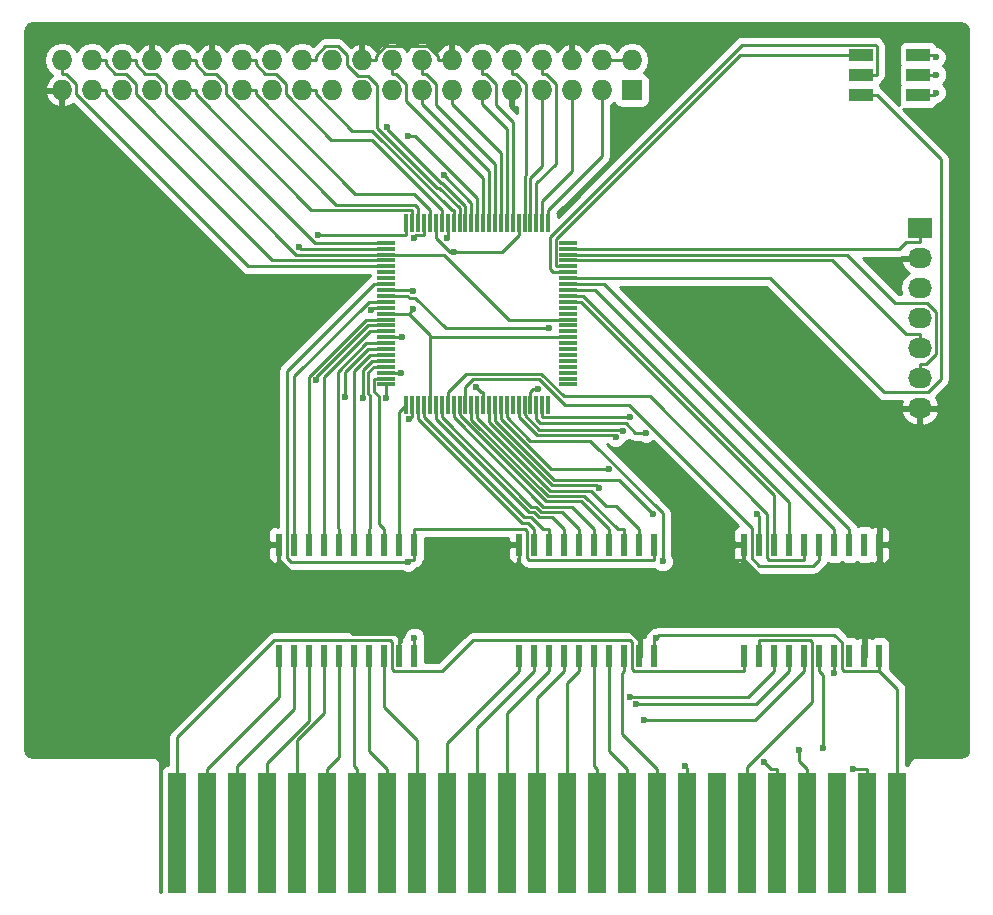
<source format=gbr>
G04 #@! TF.FileFunction,Copper,L1,Top,Signal*
%FSLAX46Y46*%
G04 Gerber Fmt 4.6, Leading zero omitted, Abs format (unit mm)*
G04 Created by KiCad (PCBNEW 4.0.7) date 03/23/18 01:44:06*
%MOMM*%
%LPD*%
G01*
G04 APERTURE LIST*
%ADD10C,0.100000*%
%ADD11R,1.727200X1.727200*%
%ADD12O,1.727200X1.727200*%
%ADD13R,1.524000X10.160000*%
%ADD14R,1.500000X0.300000*%
%ADD15R,0.300000X1.500000*%
%ADD16R,0.600000X1.950000*%
%ADD17R,2.000000X1.100000*%
%ADD18R,2.032000X1.727200*%
%ADD19O,2.032000X1.727200*%
%ADD20C,0.600000*%
%ADD21C,0.250000*%
%ADD22C,0.254000*%
G04 APERTURE END LIST*
D10*
D11*
X156210000Y-74930000D03*
D12*
X156210000Y-72390000D03*
X153670000Y-74930000D03*
X153670000Y-72390000D03*
X151130000Y-74930000D03*
X151130000Y-72390000D03*
X148590000Y-74930000D03*
X148590000Y-72390000D03*
X146050000Y-74930000D03*
X146050000Y-72390000D03*
X143510000Y-74930000D03*
X143510000Y-72390000D03*
X140970000Y-74930000D03*
X140970000Y-72390000D03*
X138430000Y-74930000D03*
X138430000Y-72390000D03*
X135890000Y-74930000D03*
X135890000Y-72390000D03*
X133350000Y-74930000D03*
X133350000Y-72390000D03*
X130810000Y-74930000D03*
X130810000Y-72390000D03*
X128270000Y-74930000D03*
X128270000Y-72390000D03*
X125730000Y-74930000D03*
X125730000Y-72390000D03*
X123190000Y-74930000D03*
X123190000Y-72390000D03*
X120650000Y-74930000D03*
X120650000Y-72390000D03*
X118110000Y-74930000D03*
X118110000Y-72390000D03*
X115570000Y-74930000D03*
X115570000Y-72390000D03*
X113030000Y-74930000D03*
X113030000Y-72390000D03*
X110490000Y-74930000D03*
X110490000Y-72390000D03*
X107950000Y-74930000D03*
X107950000Y-72390000D03*
D13*
X178689000Y-137795000D03*
X176149000Y-137795000D03*
X173609000Y-137795000D03*
X171069000Y-137795000D03*
X168529000Y-137795000D03*
X165989000Y-137795000D03*
X163449000Y-137795000D03*
X160909000Y-137795000D03*
X158369000Y-137795000D03*
X155829000Y-137795000D03*
X153289000Y-137795000D03*
X150749000Y-137795000D03*
X148209000Y-137795000D03*
X145669000Y-137795000D03*
X143129000Y-137795000D03*
X140589000Y-137795000D03*
X138049000Y-137795000D03*
X135509000Y-137795000D03*
X132969000Y-137795000D03*
X130429000Y-137795000D03*
X127889000Y-137795000D03*
X125349000Y-137795000D03*
X122809000Y-137795000D03*
X120269000Y-137795000D03*
X117729000Y-137795000D03*
D14*
X150829000Y-99853000D03*
X150829000Y-99353000D03*
X150829000Y-98853000D03*
X150829000Y-98353000D03*
X150829000Y-97853000D03*
X150829000Y-97353000D03*
X150829000Y-96853000D03*
X150829000Y-96353000D03*
X150829000Y-95853000D03*
X150829000Y-95353000D03*
X150829000Y-94853000D03*
X150829000Y-94353000D03*
X150829000Y-93853000D03*
X150829000Y-93353000D03*
X150829000Y-92853000D03*
X150829000Y-92353000D03*
X150829000Y-91853000D03*
X150829000Y-91353000D03*
X150829000Y-90853000D03*
X150829000Y-90353000D03*
X150829000Y-89853000D03*
X150829000Y-89353000D03*
X150829000Y-88853000D03*
X150829000Y-88353000D03*
X150829000Y-87853000D03*
D15*
X149129000Y-86153000D03*
X148629000Y-86153000D03*
X148129000Y-86153000D03*
X147629000Y-86153000D03*
X147129000Y-86153000D03*
X146629000Y-86153000D03*
X146129000Y-86153000D03*
X145629000Y-86153000D03*
X145129000Y-86153000D03*
X144629000Y-86153000D03*
X144129000Y-86153000D03*
X143629000Y-86153000D03*
X143129000Y-86153000D03*
X142629000Y-86153000D03*
X142129000Y-86153000D03*
X141629000Y-86153000D03*
X141129000Y-86153000D03*
X140629000Y-86153000D03*
X140129000Y-86153000D03*
X139629000Y-86153000D03*
X139129000Y-86153000D03*
X138629000Y-86153000D03*
X138129000Y-86153000D03*
X137629000Y-86153000D03*
X137129000Y-86153000D03*
D14*
X135429000Y-87853000D03*
X135429000Y-88353000D03*
X135429000Y-88853000D03*
X135429000Y-89353000D03*
X135429000Y-89853000D03*
X135429000Y-90353000D03*
X135429000Y-90853000D03*
X135429000Y-91353000D03*
X135429000Y-91853000D03*
X135429000Y-92353000D03*
X135429000Y-92853000D03*
X135429000Y-93353000D03*
X135429000Y-93853000D03*
X135429000Y-94353000D03*
X135429000Y-94853000D03*
X135429000Y-95353000D03*
X135429000Y-95853000D03*
X135429000Y-96353000D03*
X135429000Y-96853000D03*
X135429000Y-97353000D03*
X135429000Y-97853000D03*
X135429000Y-98353000D03*
X135429000Y-98853000D03*
X135429000Y-99353000D03*
X135429000Y-99853000D03*
D15*
X137129000Y-101553000D03*
X137629000Y-101553000D03*
X138129000Y-101553000D03*
X138629000Y-101553000D03*
X139129000Y-101553000D03*
X139629000Y-101553000D03*
X140129000Y-101553000D03*
X140629000Y-101553000D03*
X141129000Y-101553000D03*
X141629000Y-101553000D03*
X142129000Y-101553000D03*
X142629000Y-101553000D03*
X143129000Y-101553000D03*
X143629000Y-101553000D03*
X144129000Y-101553000D03*
X144629000Y-101553000D03*
X145129000Y-101553000D03*
X145629000Y-101553000D03*
X146129000Y-101553000D03*
X146629000Y-101553000D03*
X147129000Y-101553000D03*
X147629000Y-101553000D03*
X148129000Y-101553000D03*
X148629000Y-101553000D03*
X149129000Y-101553000D03*
D16*
X177165000Y-113410000D03*
X175895000Y-113410000D03*
X174625000Y-113410000D03*
X173355000Y-113410000D03*
X172085000Y-113410000D03*
X170815000Y-113410000D03*
X169545000Y-113410000D03*
X168275000Y-113410000D03*
X167005000Y-113410000D03*
X165735000Y-113410000D03*
X165735000Y-122810000D03*
X167005000Y-122810000D03*
X168275000Y-122810000D03*
X169545000Y-122810000D03*
X170815000Y-122810000D03*
X172085000Y-122810000D03*
X173355000Y-122810000D03*
X174625000Y-122810000D03*
X175895000Y-122810000D03*
X177165000Y-122810000D03*
X137795000Y-113410000D03*
X136525000Y-113410000D03*
X135255000Y-113410000D03*
X133985000Y-113410000D03*
X132715000Y-113410000D03*
X131445000Y-113410000D03*
X130175000Y-113410000D03*
X128905000Y-113410000D03*
X127635000Y-113410000D03*
X126365000Y-113410000D03*
X126365000Y-122810000D03*
X127635000Y-122810000D03*
X128905000Y-122810000D03*
X130175000Y-122810000D03*
X131445000Y-122810000D03*
X132715000Y-122810000D03*
X133985000Y-122810000D03*
X135255000Y-122810000D03*
X136525000Y-122810000D03*
X137795000Y-122810000D03*
X158115000Y-113410000D03*
X156845000Y-113410000D03*
X155575000Y-113410000D03*
X154305000Y-113410000D03*
X153035000Y-113410000D03*
X151765000Y-113410000D03*
X150495000Y-113410000D03*
X149225000Y-113410000D03*
X147955000Y-113410000D03*
X146685000Y-113410000D03*
X146685000Y-122810000D03*
X147955000Y-122810000D03*
X149225000Y-122810000D03*
X150495000Y-122810000D03*
X151765000Y-122810000D03*
X153035000Y-122810000D03*
X154305000Y-122810000D03*
X155575000Y-122810000D03*
X156845000Y-122810000D03*
X158115000Y-122810000D03*
D17*
X175654000Y-71960000D03*
X175654000Y-73660000D03*
X175654000Y-75360000D03*
X180454000Y-75360000D03*
X180454000Y-73660000D03*
X180454000Y-71960000D03*
D18*
X180594000Y-86614000D03*
D19*
X180594000Y-89154000D03*
X180594000Y-91694000D03*
X180594000Y-94234000D03*
X180594000Y-96774000D03*
X180594000Y-99314000D03*
X180594000Y-101854000D03*
D20*
X137264900Y-78831900D03*
X135479800Y-78083700D03*
X140275900Y-82137000D03*
X140544600Y-87432100D03*
X137775600Y-87435700D03*
X129601200Y-87189000D03*
X128072100Y-88213300D03*
X137795000Y-121305700D03*
X158248600Y-121297300D03*
X174978000Y-132389700D03*
X170397700Y-130797400D03*
X167445300Y-131833500D03*
X160708700Y-132189400D03*
X145556300Y-118379000D03*
X173362500Y-124288300D03*
X156582400Y-126945400D03*
X156067000Y-126320000D03*
X172402100Y-130629300D03*
X157262300Y-128280800D03*
X142999000Y-100050400D03*
X134142800Y-93583300D03*
X129513300Y-99464300D03*
X136718900Y-95844000D03*
X131952500Y-100917600D03*
X133435800Y-101031900D03*
X136682000Y-98853000D03*
X135429000Y-101015300D03*
X137351200Y-102815200D03*
X137246400Y-114879700D03*
X166782000Y-110830200D03*
X149234500Y-95106500D03*
X153416900Y-108608400D03*
X158017500Y-110829900D03*
X154249700Y-107049200D03*
X158816000Y-114831800D03*
X154843300Y-104299700D03*
X155443200Y-103767600D03*
X148291100Y-100238400D03*
X157397500Y-103953200D03*
X156072600Y-102628300D03*
X141184000Y-88649700D03*
X137718900Y-93481500D03*
X137649900Y-91911700D03*
X181975200Y-75140400D03*
X181984100Y-73617900D03*
X181954800Y-72134700D03*
D21*
X153670000Y-80536700D02*
X153670000Y-74930000D01*
X149129000Y-85077700D02*
X153670000Y-80536700D01*
X149129000Y-86153000D02*
X149129000Y-85077700D01*
X148629000Y-84287100D02*
X148629000Y-86153000D01*
X151130000Y-81786100D02*
X148629000Y-84287100D01*
X151130000Y-74930000D02*
X151130000Y-81786100D01*
X148590000Y-81393300D02*
X148590000Y-74930000D01*
X147629000Y-82354300D02*
X148590000Y-81393300D01*
X147629000Y-86153000D02*
X147629000Y-82354300D01*
X148961600Y-73578900D02*
X148590000Y-73578900D01*
X149778900Y-74396200D02*
X148961600Y-73578900D01*
X149778900Y-81159600D02*
X149778900Y-74396200D01*
X148129000Y-82809500D02*
X149778900Y-81159600D01*
X148129000Y-86153000D02*
X148129000Y-82809500D01*
X148590000Y-72390000D02*
X148590000Y-73578900D01*
X146421600Y-73578900D02*
X146050000Y-73578900D01*
X147238900Y-74396200D02*
X146421600Y-73578900D01*
X147238900Y-82107500D02*
X147238900Y-74396200D01*
X147129000Y-82217400D02*
X147238900Y-82107500D01*
X147129000Y-86153000D02*
X147129000Y-82217400D01*
X146050000Y-72390000D02*
X146050000Y-73578900D01*
X145629000Y-78237900D02*
X143510000Y-76118900D01*
X145629000Y-86153000D02*
X145629000Y-78237900D01*
X143510000Y-74930000D02*
X143510000Y-76118900D01*
X143881600Y-73578900D02*
X143510000Y-73578900D01*
X144698900Y-74396200D02*
X143881600Y-73578900D01*
X144698900Y-76190900D02*
X144698900Y-74396200D01*
X146129000Y-77621000D02*
X144698900Y-76190900D01*
X146129000Y-86153000D02*
X146129000Y-77621000D01*
X143510000Y-72390000D02*
X143510000Y-73578900D01*
X145129000Y-80277900D02*
X140970000Y-76118900D01*
X145129000Y-86153000D02*
X145129000Y-80277900D01*
X140970000Y-74930000D02*
X140970000Y-76118900D01*
X138430000Y-74930000D02*
X138430000Y-76118900D01*
X144129000Y-81817900D02*
X144129000Y-86153000D01*
X138430000Y-76118900D02*
X144129000Y-81817900D01*
X138430000Y-72390000D02*
X138430000Y-73578900D01*
X144629000Y-81200900D02*
X144629000Y-86153000D01*
X139618900Y-76190800D02*
X144629000Y-81200900D01*
X139618900Y-74396200D02*
X139618900Y-76190800D01*
X138801600Y-73578900D02*
X139618900Y-74396200D01*
X138430000Y-73578900D02*
X138801600Y-73578900D01*
X135890000Y-72390000D02*
X135890000Y-73578900D01*
X136261600Y-73578900D02*
X135890000Y-73578900D01*
X137078900Y-74396200D02*
X136261600Y-73578900D01*
X137078900Y-75856500D02*
X137078900Y-74396200D01*
X143629000Y-82406600D02*
X137078900Y-75856500D01*
X143629000Y-86153000D02*
X143629000Y-82406600D01*
X137868500Y-78831900D02*
X137264900Y-78831900D01*
X143129000Y-84092400D02*
X137868500Y-78831900D01*
X143129000Y-86153000D02*
X143129000Y-84092400D01*
X142129000Y-84755800D02*
X142129000Y-86153000D01*
X140135500Y-82762300D02*
X142129000Y-84755800D01*
X140016900Y-82762300D02*
X140135500Y-82762300D01*
X135479800Y-78225200D02*
X140016900Y-82762300D01*
X135479800Y-78083700D02*
X135479800Y-78225200D01*
X142629000Y-84490100D02*
X140275900Y-82137000D01*
X142629000Y-86153000D02*
X142629000Y-84490100D01*
X141129000Y-86153000D02*
X141129000Y-85077700D01*
X128270000Y-74930000D02*
X129458900Y-74930000D01*
X140952600Y-85077700D02*
X141129000Y-85077700D01*
X134227800Y-78352900D02*
X140952600Y-85077700D01*
X132510200Y-78352900D02*
X134227800Y-78352900D01*
X129458900Y-75301600D02*
X132510200Y-78352900D01*
X129458900Y-74930000D02*
X129458900Y-75301600D01*
X128270000Y-72390000D02*
X129458900Y-72390000D01*
X141629000Y-84940800D02*
X141629000Y-86153000D01*
X139900800Y-83212600D02*
X141629000Y-84940800D01*
X139724400Y-83212600D02*
X139900800Y-83212600D01*
X134620000Y-78108200D02*
X139724400Y-83212600D01*
X134620000Y-74458200D02*
X134620000Y-78108200D01*
X133893500Y-73731700D02*
X134620000Y-74458200D01*
X133009300Y-73731700D02*
X133893500Y-73731700D01*
X132080000Y-72802400D02*
X133009300Y-73731700D01*
X132080000Y-71969600D02*
X132080000Y-72802400D01*
X131311500Y-71201100D02*
X132080000Y-71969600D01*
X130276200Y-71201100D02*
X131311500Y-71201100D01*
X129458900Y-72018400D02*
X130276200Y-71201100D01*
X129458900Y-72390000D02*
X129458900Y-72018400D01*
X140629000Y-86153000D02*
X140629000Y-87228300D01*
X140629000Y-87347700D02*
X140544600Y-87432100D01*
X140629000Y-87228300D02*
X140629000Y-87347700D01*
X139129000Y-86153000D02*
X139129000Y-85077700D01*
X123190000Y-74930000D02*
X124378900Y-74930000D01*
X137778100Y-83726800D02*
X139129000Y-85077700D01*
X132804200Y-83726800D02*
X137778100Y-83726800D01*
X124378900Y-75301500D02*
X132804200Y-83726800D01*
X124378900Y-74930000D02*
X124378900Y-75301500D01*
X124378900Y-72761600D02*
X124378900Y-72390000D01*
X125196200Y-73578900D02*
X124378900Y-72761600D01*
X126082200Y-73578900D02*
X125196200Y-73578900D01*
X126919000Y-74415700D02*
X126082200Y-73578900D01*
X126919000Y-75265800D02*
X126919000Y-74415700D01*
X130781300Y-79128100D02*
X126919000Y-75265800D01*
X134179400Y-79128100D02*
X130781300Y-79128100D01*
X140129000Y-85077700D02*
X134179400Y-79128100D01*
X140129000Y-86153000D02*
X140129000Y-85077700D01*
X123190000Y-72390000D02*
X124378900Y-72390000D01*
X138629000Y-86153000D02*
X138629000Y-87228300D01*
X137983000Y-87228300D02*
X137775600Y-87435700D01*
X138629000Y-87228300D02*
X137983000Y-87228300D01*
X119298900Y-75301500D02*
X119298900Y-74930000D01*
X129075100Y-85077700D02*
X119298900Y-75301500D01*
X137629000Y-85077700D02*
X129075100Y-85077700D01*
X137629000Y-86153000D02*
X137629000Y-85077700D01*
X118110000Y-74930000D02*
X119298900Y-74930000D01*
X138129000Y-86153000D02*
X138129000Y-85077700D01*
X118110000Y-72390000D02*
X119298900Y-72390000D01*
X138129000Y-84940800D02*
X138129000Y-85077700D01*
X137815600Y-84627400D02*
X138129000Y-84940800D01*
X131199200Y-84627400D02*
X137815600Y-84627400D01*
X121839000Y-75267200D02*
X131199200Y-84627400D01*
X121839000Y-74415700D02*
X121839000Y-75267200D01*
X121002200Y-73578900D02*
X121839000Y-74415700D01*
X120116200Y-73578900D02*
X121002200Y-73578900D01*
X119298900Y-72761600D02*
X120116200Y-73578900D01*
X119298900Y-72390000D02*
X119298900Y-72761600D01*
X137129000Y-86153000D02*
X137129000Y-87228300D01*
X129640500Y-87228300D02*
X129601200Y-87189000D01*
X137129000Y-87228300D02*
X129640500Y-87228300D01*
X128211800Y-88353000D02*
X128072100Y-88213300D01*
X135429000Y-88353000D02*
X128211800Y-88353000D01*
X113030000Y-72390000D02*
X114218900Y-72390000D01*
X114218900Y-72761600D02*
X114218900Y-72390000D01*
X115036200Y-73578900D02*
X114218900Y-72761600D01*
X115956900Y-73578900D02*
X115036200Y-73578900D01*
X116759000Y-74381000D02*
X115956900Y-73578900D01*
X116759000Y-75260500D02*
X116759000Y-74381000D01*
X129351500Y-87853000D02*
X116759000Y-75260500D01*
X135429000Y-87853000D02*
X129351500Y-87853000D01*
X111678900Y-75301500D02*
X111678900Y-74930000D01*
X125730400Y-89353000D02*
X111678900Y-75301500D01*
X135429000Y-89353000D02*
X125730400Y-89353000D01*
X110490000Y-74930000D02*
X111678900Y-74930000D01*
X110490000Y-72390000D02*
X111678900Y-72390000D01*
X127799400Y-88853000D02*
X135429000Y-88853000D01*
X114219000Y-75272600D02*
X127799400Y-88853000D01*
X114219000Y-74415700D02*
X114219000Y-75272600D01*
X113382200Y-73578900D02*
X114219000Y-74415700D01*
X112496200Y-73578900D02*
X113382200Y-73578900D01*
X111678900Y-72761600D02*
X112496200Y-73578900D01*
X111678900Y-72390000D02*
X111678900Y-72761600D01*
X140343000Y-88853000D02*
X135429000Y-88853000D01*
X145843000Y-94353000D02*
X140343000Y-88853000D01*
X150829000Y-94353000D02*
X145843000Y-94353000D01*
X108321600Y-73578900D02*
X107950000Y-73578900D01*
X109138900Y-74396200D02*
X108321600Y-73578900D01*
X109138900Y-75283100D02*
X109138900Y-74396200D01*
X123708800Y-89853000D02*
X109138900Y-75283100D01*
X135429000Y-89853000D02*
X123708800Y-89853000D01*
X107950000Y-72390000D02*
X107950000Y-73578900D01*
X153670000Y-72390000D02*
X156210000Y-72390000D01*
X137795000Y-122810000D02*
X137795000Y-121509700D01*
X137795000Y-121509700D02*
X137795000Y-121305700D01*
X177165000Y-122810000D02*
X177165000Y-124110300D01*
X178689000Y-125634300D02*
X178689000Y-137795000D01*
X177165000Y-124110300D02*
X178689000Y-125634300D01*
X174148100Y-124110300D02*
X177165000Y-124110300D01*
X173980400Y-123942600D02*
X174148100Y-124110300D01*
X173980400Y-121663500D02*
X173980400Y-123942600D01*
X173351000Y-121034100D02*
X173980400Y-121663500D01*
X158511800Y-121034100D02*
X173351000Y-121034100D01*
X158248600Y-121297300D02*
X158511800Y-121034100D01*
X158248600Y-121376100D02*
X158115000Y-121509700D01*
X158248600Y-121297300D02*
X158248600Y-121376100D01*
X158115000Y-122272400D02*
X158115000Y-121509700D01*
X158115000Y-122272400D02*
X158115000Y-122810000D01*
X176149000Y-137795000D02*
X176149000Y-132389700D01*
X176149000Y-132389700D02*
X174978000Y-132389700D01*
X171069000Y-137795000D02*
X171069000Y-132389700D01*
X170397700Y-131718400D02*
X170397700Y-130797400D01*
X171069000Y-132389700D02*
X170397700Y-131718400D01*
X168001500Y-132389700D02*
X168529000Y-132389700D01*
X167445300Y-131833500D02*
X168001500Y-132389700D01*
X168529000Y-137795000D02*
X168529000Y-132389700D01*
X160909000Y-137795000D02*
X160909000Y-132389700D01*
X160708700Y-132189400D02*
X160909000Y-132389700D01*
X158369000Y-137795000D02*
X158369000Y-132389700D01*
X155575000Y-122810000D02*
X155575000Y-124110300D01*
X155417200Y-129437900D02*
X158369000Y-132389700D01*
X155417200Y-124268100D02*
X155417200Y-129437900D01*
X155575000Y-124110300D02*
X155417200Y-124268100D01*
X154305000Y-130865700D02*
X155829000Y-132389700D01*
X154305000Y-122810000D02*
X154305000Y-130865700D01*
X155829000Y-137795000D02*
X155829000Y-132389700D01*
X153035000Y-122810000D02*
X153035000Y-124110300D01*
X153289000Y-137795000D02*
X153289000Y-132389700D01*
X153035000Y-132135700D02*
X153289000Y-132389700D01*
X153035000Y-124110300D02*
X153035000Y-132135700D01*
X151765000Y-122810000D02*
X151765000Y-124110300D01*
X150749000Y-137795000D02*
X150749000Y-132389700D01*
X150749000Y-125126300D02*
X150749000Y-132389700D01*
X151765000Y-124110300D02*
X150749000Y-125126300D01*
X150495000Y-122810000D02*
X150495000Y-124110300D01*
X148209000Y-137795000D02*
X148209000Y-132389700D01*
X148209000Y-126396300D02*
X148209000Y-132389700D01*
X150495000Y-124110300D02*
X148209000Y-126396300D01*
X149225000Y-122810000D02*
X149225000Y-124110300D01*
X145669000Y-127666300D02*
X149225000Y-124110300D01*
X145669000Y-137795000D02*
X145669000Y-127666300D01*
X143129000Y-128936300D02*
X143129000Y-137795000D01*
X147955000Y-124110300D02*
X143129000Y-128936300D01*
X147955000Y-122810000D02*
X147955000Y-124110300D01*
X146685000Y-122810000D02*
X146685000Y-124110300D01*
X140589000Y-130206300D02*
X146685000Y-124110300D01*
X140589000Y-137795000D02*
X140589000Y-130206300D01*
X138049000Y-129957700D02*
X138049000Y-137795000D01*
X135255000Y-127163700D02*
X138049000Y-129957700D01*
X135255000Y-122810000D02*
X135255000Y-127163700D01*
X135509000Y-137795000D02*
X135509000Y-132389700D01*
X133985000Y-130865700D02*
X133985000Y-122810000D01*
X135509000Y-132389700D02*
X133985000Y-130865700D01*
X132715000Y-132135700D02*
X132969000Y-132389700D01*
X132715000Y-122810000D02*
X132715000Y-132135700D01*
X132969000Y-137795000D02*
X132969000Y-132389700D01*
X131445000Y-131373700D02*
X130429000Y-132389700D01*
X131445000Y-122810000D02*
X131445000Y-131373700D01*
X130429000Y-137795000D02*
X130429000Y-132389700D01*
X127889000Y-129983200D02*
X127889000Y-137795000D01*
X130175000Y-127697200D02*
X127889000Y-129983200D01*
X130175000Y-122810000D02*
X130175000Y-127697200D01*
X125349000Y-131886300D02*
X125349000Y-137795000D01*
X128905000Y-128330300D02*
X125349000Y-131886300D01*
X128905000Y-122810000D02*
X128905000Y-128330300D01*
X122809000Y-132152200D02*
X122809000Y-137795000D01*
X127635000Y-127326200D02*
X122809000Y-132152200D01*
X127635000Y-122810000D02*
X127635000Y-127326200D01*
X120269000Y-137795000D02*
X120269000Y-132389700D01*
X126365000Y-126293700D02*
X120269000Y-132389700D01*
X126365000Y-122810000D02*
X126365000Y-126293700D01*
X117729000Y-129702700D02*
X117729000Y-137795000D01*
X125922100Y-121509600D02*
X117729000Y-129702700D01*
X135746300Y-121509600D02*
X125922100Y-121509600D01*
X135899600Y-121662900D02*
X135746300Y-121509600D01*
X135899600Y-123961900D02*
X135899600Y-121662900D01*
X136048100Y-124110400D02*
X135899600Y-123961900D01*
X140138600Y-124110400D02*
X136048100Y-124110400D01*
X142764800Y-121484200D02*
X140138600Y-124110400D01*
X156032000Y-121484200D02*
X142764800Y-121484200D01*
X156208000Y-121660200D02*
X156032000Y-121484200D01*
X156208000Y-123919300D02*
X156208000Y-121660200D01*
X156399000Y-124110300D02*
X156208000Y-123919300D01*
X165735000Y-124110300D02*
X156399000Y-124110300D01*
X165735000Y-122810000D02*
X165735000Y-124110300D01*
X180594000Y-101854000D02*
X180594000Y-103042900D01*
X146685000Y-113410000D02*
X146685000Y-114597700D01*
X156845000Y-122810000D02*
X156845000Y-121509700D01*
X146685000Y-114597700D02*
X146685000Y-117415000D01*
X177165000Y-106471900D02*
X177165000Y-113410000D01*
X180594000Y-103042900D02*
X177165000Y-106471900D01*
X177165000Y-113410000D02*
X177165000Y-114710300D01*
X152750300Y-117415000D02*
X156845000Y-121509700D01*
X146685000Y-117415000D02*
X152750300Y-117415000D01*
X165735000Y-113410000D02*
X165735000Y-114710300D01*
X163644400Y-114710300D02*
X165735000Y-114710300D01*
X156845000Y-121509700D02*
X163644400Y-114710300D01*
X177165000Y-114710300D02*
X175895000Y-115980300D01*
X175895000Y-115980300D02*
X175895000Y-122810000D01*
X167005000Y-115980300D02*
X175895000Y-115980300D01*
X165735000Y-114710300D02*
X167005000Y-115980300D01*
X136525000Y-122810000D02*
X136525000Y-121509700D01*
X146520300Y-117415000D02*
X145556300Y-118379000D01*
X146685000Y-117415000D02*
X146520300Y-117415000D01*
X126365000Y-113410000D02*
X126365000Y-114710300D01*
X136525000Y-120962100D02*
X136525000Y-121509700D01*
X139108100Y-118379000D02*
X136525000Y-120962100D01*
X145556300Y-118379000D02*
X139108100Y-118379000D01*
X132616800Y-120962100D02*
X126365000Y-114710300D01*
X136525000Y-120962100D02*
X132616800Y-120962100D01*
X134538900Y-72018400D02*
X134538900Y-72390000D01*
X135356200Y-71201100D02*
X134538900Y-72018400D01*
X138963700Y-71201100D02*
X135356200Y-71201100D01*
X139781100Y-72018500D02*
X138963700Y-71201100D01*
X139781100Y-72390000D02*
X139781100Y-72018500D01*
X140970000Y-72390000D02*
X139781100Y-72390000D01*
X133350000Y-72390000D02*
X134538900Y-72390000D01*
X173355000Y-122810000D02*
X173355000Y-124110300D01*
X173362500Y-124117800D02*
X173362500Y-124288300D01*
X173355000Y-124110300D02*
X173362500Y-124117800D01*
X166709900Y-126945400D02*
X156582400Y-126945400D01*
X169545000Y-124110300D02*
X166709900Y-126945400D01*
X169545000Y-122810000D02*
X169545000Y-124110300D01*
X166065300Y-126320000D02*
X156067000Y-126320000D01*
X168275000Y-124110300D02*
X166065300Y-126320000D01*
X168275000Y-122810000D02*
X168275000Y-124110300D01*
X165989000Y-132217600D02*
X165989000Y-137795000D01*
X171443700Y-126762900D02*
X165989000Y-132217600D01*
X171443700Y-121646100D02*
X171443700Y-126762900D01*
X171307300Y-121509700D02*
X171443700Y-121646100D01*
X167005000Y-121509700D02*
X171307300Y-121509700D01*
X167005000Y-122810000D02*
X167005000Y-121509700D01*
X172402100Y-124427400D02*
X172402100Y-130629300D01*
X172085000Y-124110300D02*
X172402100Y-124427400D01*
X172085000Y-122810000D02*
X172085000Y-124110300D01*
X166644500Y-128280800D02*
X157262300Y-128280800D01*
X170815000Y-124110300D02*
X166644500Y-128280800D01*
X170815000Y-122810000D02*
X170815000Y-124110300D01*
X143426300Y-100477700D02*
X142999000Y-100050400D01*
X143629000Y-100477700D02*
X143426300Y-100477700D01*
X143629000Y-101553000D02*
X143629000Y-100477700D01*
X135429000Y-93353000D02*
X134353700Y-93353000D01*
X134353700Y-93372400D02*
X134353700Y-93353000D01*
X134142800Y-93583300D02*
X134353700Y-93372400D01*
X133881200Y-94853000D02*
X135429000Y-94853000D01*
X129513300Y-99220900D02*
X133881200Y-94853000D01*
X129513300Y-99464300D02*
X129513300Y-99220900D01*
X135429000Y-95853000D02*
X136504300Y-95853000D01*
X136513300Y-95844000D02*
X136504300Y-95853000D01*
X136718900Y-95844000D02*
X136513300Y-95844000D01*
X131952500Y-98776400D02*
X131952500Y-100917600D01*
X133875900Y-96853000D02*
X131952500Y-98776400D01*
X135429000Y-96853000D02*
X133875900Y-96853000D01*
X133435800Y-98617300D02*
X133435800Y-101031900D01*
X134200100Y-97853000D02*
X133435800Y-98617300D01*
X135429000Y-97853000D02*
X134200100Y-97853000D01*
X135429000Y-98853000D02*
X136504300Y-98853000D01*
X136504300Y-98853000D02*
X136682000Y-98853000D01*
X135429000Y-101015300D02*
X135429000Y-99853000D01*
X137629000Y-101553000D02*
X137629000Y-102628300D01*
X137538100Y-102628300D02*
X137351200Y-102815200D01*
X137629000Y-102628300D02*
X137538100Y-102628300D01*
X137795000Y-113410000D02*
X137795000Y-114710300D01*
X135429000Y-91353000D02*
X134353700Y-91353000D01*
X127009600Y-98697100D02*
X134353700Y-91353000D01*
X127009600Y-114569100D02*
X127009600Y-98697100D01*
X127320200Y-114879700D02*
X127009600Y-114569100D01*
X137246400Y-114879700D02*
X127320200Y-114879700D01*
X137415800Y-114710300D02*
X137246400Y-114879700D01*
X137795000Y-114710300D02*
X137415800Y-114710300D01*
X147129100Y-112109700D02*
X137795000Y-112109700D01*
X147318000Y-112298600D02*
X147129100Y-112109700D01*
X147318000Y-114550300D02*
X147318000Y-112298600D01*
X147478000Y-114710300D02*
X147318000Y-114550300D01*
X158115000Y-114710300D02*
X147478000Y-114710300D01*
X158115000Y-113410000D02*
X158115000Y-114710300D01*
X137795000Y-113410000D02*
X137795000Y-112109700D01*
X174625000Y-113410000D02*
X174625000Y-112109700D01*
X153868300Y-91353000D02*
X174625000Y-112109700D01*
X150829000Y-91353000D02*
X153868300Y-91353000D01*
X150829000Y-91853000D02*
X151904300Y-91853000D01*
X173355000Y-113410000D02*
X173355000Y-112109700D01*
X153098300Y-91853000D02*
X173355000Y-112109700D01*
X151904300Y-91853000D02*
X153098300Y-91853000D01*
X172085000Y-113410000D02*
X172085000Y-114710300D01*
X142129000Y-101553000D02*
X142129000Y-100477700D01*
X142129000Y-100036100D02*
X142129000Y-100477700D01*
X142740000Y-99425100D02*
X142129000Y-100036100D01*
X148362300Y-99425100D02*
X142740000Y-99425100D01*
X150533700Y-101596500D02*
X148362300Y-99425100D01*
X155982800Y-101596500D02*
X150533700Y-101596500D01*
X166379600Y-111993300D02*
X155982800Y-101596500D01*
X166379600Y-114584300D02*
X166379600Y-111993300D01*
X167001300Y-115206000D02*
X166379600Y-114584300D01*
X171589300Y-115206000D02*
X167001300Y-115206000D01*
X172085000Y-114710300D02*
X171589300Y-115206000D01*
X170815000Y-113410000D02*
X170815000Y-114710300D01*
X140629000Y-101553000D02*
X140629000Y-100477700D01*
X142131900Y-98974800D02*
X140629000Y-100477700D01*
X148548900Y-98974800D02*
X142131900Y-98974800D01*
X150445800Y-100871700D02*
X148548900Y-98974800D01*
X157712700Y-100871700D02*
X150445800Y-100871700D01*
X167649700Y-110808700D02*
X157712700Y-100871700D01*
X167649700Y-114563700D02*
X167649700Y-110808700D01*
X167796300Y-114710300D02*
X167649700Y-114563700D01*
X170815000Y-114710300D02*
X167796300Y-114710300D01*
X152068200Y-92353000D02*
X150829000Y-92353000D01*
X169545000Y-109829800D02*
X152068200Y-92353000D01*
X169545000Y-113410000D02*
X169545000Y-109829800D01*
X168275000Y-113410000D02*
X168275000Y-112109700D01*
X150829000Y-92853000D02*
X151904300Y-92853000D01*
X168275000Y-109223700D02*
X168275000Y-112109700D01*
X151904300Y-92853000D02*
X168275000Y-109223700D01*
X140440000Y-95106500D02*
X149234500Y-95106500D01*
X137870500Y-92537000D02*
X140440000Y-95106500D01*
X137390900Y-92537000D02*
X137870500Y-92537000D01*
X137206900Y-92353000D02*
X137390900Y-92537000D01*
X135429000Y-92353000D02*
X137206900Y-92353000D01*
X167005000Y-111053200D02*
X167005000Y-113410000D01*
X166782000Y-110830200D02*
X167005000Y-111053200D01*
X136525000Y-113410000D02*
X136525000Y-112109700D01*
X136525000Y-102157000D02*
X136525000Y-112109700D01*
X137129000Y-101553000D02*
X136525000Y-102157000D01*
X134353700Y-100428500D02*
X134353700Y-99353000D01*
X134803600Y-100878400D02*
X134353700Y-100428500D01*
X134803600Y-111658300D02*
X134803600Y-100878400D01*
X135255000Y-112109700D02*
X134803600Y-111658300D01*
X135255000Y-113410000D02*
X135255000Y-112109700D01*
X135429000Y-99353000D02*
X134353700Y-99353000D01*
X133985000Y-113410000D02*
X133985000Y-112109700D01*
X135429000Y-98353000D02*
X134353700Y-98353000D01*
X133888100Y-98818600D02*
X134353700Y-98353000D01*
X133888100Y-100599800D02*
X133888100Y-98818600D01*
X134076900Y-100788600D02*
X133888100Y-100599800D01*
X134076900Y-112017800D02*
X134076900Y-100788600D01*
X133985000Y-112109700D02*
X134076900Y-112017800D01*
X135429000Y-97353000D02*
X134353700Y-97353000D01*
X132715000Y-113410000D02*
X132715000Y-112109700D01*
X134046500Y-97353000D02*
X134353700Y-97353000D01*
X132715000Y-98684500D02*
X134046500Y-97353000D01*
X132715000Y-112109700D02*
X132715000Y-98684500D01*
X135429000Y-96353000D02*
X134353700Y-96353000D01*
X131445000Y-113410000D02*
X131445000Y-112109700D01*
X131327200Y-111991900D02*
X131445000Y-112109700D01*
X131327200Y-98764800D02*
X131327200Y-111991900D01*
X133739000Y-96353000D02*
X131327200Y-98764800D01*
X134353700Y-96353000D02*
X133739000Y-96353000D01*
X135429000Y-95353000D02*
X134353700Y-95353000D01*
X130175000Y-113410000D02*
X130175000Y-112109700D01*
X130175000Y-99206800D02*
X130175000Y-112109700D01*
X134028800Y-95353000D02*
X130175000Y-99206800D01*
X134353700Y-95353000D02*
X134028800Y-95353000D01*
X135429000Y-94353000D02*
X134353700Y-94353000D01*
X128905000Y-113410000D02*
X128905000Y-112109700D01*
X128888000Y-112092700D02*
X128905000Y-112109700D01*
X128888000Y-99195200D02*
X128888000Y-112092700D01*
X133730200Y-94353000D02*
X128888000Y-99195200D01*
X134353700Y-94353000D02*
X133730200Y-94353000D01*
X133945700Y-92853000D02*
X135429000Y-92853000D01*
X127635000Y-99163700D02*
X133945700Y-92853000D01*
X127635000Y-113410000D02*
X127635000Y-99163700D01*
X156845000Y-113410000D02*
X156845000Y-112109700D01*
X154871100Y-110135800D02*
X156845000Y-112109700D01*
X154060000Y-110135800D02*
X154871100Y-110135800D01*
X152774700Y-108850500D02*
X154060000Y-110135800D01*
X149286900Y-108850500D02*
X152774700Y-108850500D01*
X143129000Y-102692600D02*
X149286900Y-108850500D01*
X143129000Y-101553000D02*
X143129000Y-102692600D01*
X155575000Y-113410000D02*
X155575000Y-112109700D01*
X142629000Y-101553000D02*
X142629000Y-102628300D01*
X155007500Y-112109700D02*
X155575000Y-112109700D01*
X152198600Y-109300800D02*
X155007500Y-112109700D01*
X149100300Y-109300800D02*
X152198600Y-109300800D01*
X142629000Y-102829500D02*
X149100300Y-109300800D01*
X142629000Y-102628300D02*
X142629000Y-102829500D01*
X154305000Y-113410000D02*
X154305000Y-112109700D01*
X151946400Y-109751100D02*
X154305000Y-112109700D01*
X148913700Y-109751100D02*
X151946400Y-109751100D01*
X141629000Y-102466400D02*
X148913700Y-109751100D01*
X141629000Y-101553000D02*
X141629000Y-102466400D01*
X153035000Y-113410000D02*
X153035000Y-112109700D01*
X141129000Y-101553000D02*
X141129000Y-102628300D01*
X151126700Y-110201400D02*
X153035000Y-112109700D01*
X148727100Y-110201400D02*
X151126700Y-110201400D01*
X141154000Y-102628300D02*
X148727100Y-110201400D01*
X141129000Y-102628300D02*
X141154000Y-102628300D01*
X151765000Y-113410000D02*
X151765000Y-112109700D01*
X140129000Y-101553000D02*
X140129000Y-102628300D01*
X150307000Y-110651700D02*
X151765000Y-112109700D01*
X148540500Y-110651700D02*
X150307000Y-110651700D01*
X148090200Y-110201400D02*
X148540500Y-110651700D01*
X147702100Y-110201400D02*
X148090200Y-110201400D01*
X140129000Y-102628300D02*
X147702100Y-110201400D01*
X150495000Y-113410000D02*
X150495000Y-112109700D01*
X149487300Y-111102000D02*
X150495000Y-112109700D01*
X148353900Y-111102000D02*
X149487300Y-111102000D01*
X147903600Y-110651700D02*
X148353900Y-111102000D01*
X147505900Y-110651700D02*
X147903600Y-110651700D01*
X139629000Y-102774800D02*
X147505900Y-110651700D01*
X139629000Y-101553000D02*
X139629000Y-102774800D01*
X149225000Y-113410000D02*
X149225000Y-112109700D01*
X138629000Y-101553000D02*
X138629000Y-102628300D01*
X148724700Y-112109700D02*
X149225000Y-112109700D01*
X147717000Y-111102000D02*
X148724700Y-112109700D01*
X147102700Y-111102000D02*
X147717000Y-111102000D01*
X138629000Y-102628300D02*
X147102700Y-111102000D01*
X147955000Y-113410000D02*
X147955000Y-112109700D01*
X138129000Y-101553000D02*
X138129000Y-102628300D01*
X147397700Y-111552400D02*
X147955000Y-112109700D01*
X146907400Y-111552400D02*
X147397700Y-111552400D01*
X138129000Y-102774000D02*
X146907400Y-111552400D01*
X138129000Y-102628300D02*
X138129000Y-102774000D01*
X144129000Y-101553000D02*
X144129000Y-102628300D01*
X153208700Y-108400200D02*
X153416900Y-108608400D01*
X149473500Y-108400200D02*
X153208700Y-108400200D01*
X144129000Y-103055700D02*
X149473500Y-108400200D01*
X144129000Y-102628300D02*
X144129000Y-103055700D01*
X155137500Y-107949900D02*
X158017500Y-110829900D01*
X149660100Y-107949900D02*
X155137500Y-107949900D01*
X144629000Y-102918800D02*
X149660100Y-107949900D01*
X144629000Y-101553000D02*
X144629000Y-102918800D01*
X145129000Y-102781900D02*
X145129000Y-101553000D01*
X149396300Y-107049200D02*
X145129000Y-102781900D01*
X154249700Y-107049200D02*
X149396300Y-107049200D01*
X145629000Y-101553000D02*
X145629000Y-102628300D01*
X147606600Y-104605900D02*
X145629000Y-102628300D01*
X152690800Y-104605900D02*
X147606600Y-104605900D01*
X158816000Y-110731100D02*
X152690800Y-104605900D01*
X158816000Y-114831800D02*
X158816000Y-110731100D01*
X146629000Y-101553000D02*
X146629000Y-102628300D01*
X154699100Y-104155500D02*
X154843300Y-104299700D01*
X148156200Y-104155500D02*
X154699100Y-104155500D01*
X146629000Y-102628300D02*
X148156200Y-104155500D01*
X155347700Y-103672100D02*
X155443200Y-103767600D01*
X148322700Y-103672100D02*
X155347700Y-103672100D01*
X147129000Y-102478400D02*
X148322700Y-103672100D01*
X147129000Y-101553000D02*
X147129000Y-102478400D01*
X147629000Y-101553000D02*
X147629000Y-100477700D01*
X147868300Y-100238400D02*
X148291100Y-100238400D01*
X147629000Y-100477700D02*
X147868300Y-100238400D01*
X156513200Y-103953200D02*
X157397500Y-103953200D01*
X155692500Y-103132500D02*
X156513200Y-103953200D01*
X148479700Y-103132500D02*
X155692500Y-103132500D01*
X148129000Y-102781800D02*
X148479700Y-103132500D01*
X148129000Y-101553000D02*
X148129000Y-102781800D01*
X148629000Y-101553000D02*
X148629000Y-102628300D01*
X148629000Y-102628300D02*
X156072600Y-102628300D01*
X135429000Y-93853000D02*
X136504300Y-93853000D01*
X146629000Y-86153000D02*
X146629000Y-87228300D01*
X145207600Y-88649700D02*
X141184000Y-88649700D01*
X146629000Y-87228300D02*
X145207600Y-88649700D01*
X139629000Y-87464300D02*
X139629000Y-86153000D01*
X140814400Y-88649700D02*
X139629000Y-87464300D01*
X141184000Y-88649700D02*
X140814400Y-88649700D01*
X137591200Y-91853000D02*
X135429000Y-91853000D01*
X137649900Y-91911700D02*
X137591200Y-91853000D01*
X137340500Y-93859900D02*
X137718900Y-93481500D01*
X137333600Y-93853000D02*
X137340500Y-93859900D01*
X136504300Y-93853000D02*
X137333600Y-93853000D01*
X150829000Y-95853000D02*
X149753700Y-95853000D01*
X139129000Y-95853000D02*
X149753700Y-95853000D01*
X139129000Y-95648400D02*
X139129000Y-95853000D01*
X137340500Y-93859900D02*
X139129000Y-95648400D01*
X139129000Y-95853000D02*
X139129000Y-101553000D01*
X173173000Y-89353000D02*
X150829000Y-89353000D01*
X179405100Y-95585100D02*
X173173000Y-89353000D01*
X180594000Y-95585100D02*
X179405100Y-95585100D01*
X180594000Y-96774000D02*
X180594000Y-95585100D01*
X174427100Y-88853000D02*
X150829000Y-88853000D01*
X178538100Y-92964000D02*
X174427100Y-88853000D01*
X181173600Y-92964000D02*
X178538100Y-92964000D01*
X181936200Y-93726600D02*
X181173600Y-92964000D01*
X181936200Y-97303000D02*
X181936200Y-93726600D01*
X181114100Y-98125100D02*
X181936200Y-97303000D01*
X180594000Y-98125100D02*
X181114100Y-98125100D01*
X180594000Y-99314000D02*
X180594000Y-98125100D01*
X178855000Y-88353000D02*
X150829000Y-88353000D01*
X179405100Y-87802900D02*
X178855000Y-88353000D01*
X180594000Y-87802900D02*
X179405100Y-87802900D01*
X180594000Y-86614000D02*
X180594000Y-87802900D01*
X175654000Y-75360000D02*
X176979300Y-75360000D01*
X182391500Y-80772200D02*
X176979300Y-75360000D01*
X182391500Y-99406400D02*
X182391500Y-80772200D01*
X181273100Y-100524800D02*
X182391500Y-99406400D01*
X177567100Y-100524800D02*
X181273100Y-100524800D01*
X167895300Y-90853000D02*
X177567100Y-100524800D01*
X150829000Y-90853000D02*
X167895300Y-90853000D01*
X149572000Y-90353000D02*
X150829000Y-90353000D01*
X149274200Y-90055200D02*
X149572000Y-90353000D01*
X149274200Y-87367900D02*
X149274200Y-90055200D01*
X165557500Y-71084600D02*
X149274200Y-87367900D01*
X176827800Y-71084600D02*
X165557500Y-71084600D01*
X176979300Y-71236100D02*
X176827800Y-71084600D01*
X176979300Y-73660000D02*
X176979300Y-71236100D01*
X175654000Y-73660000D02*
X176979300Y-73660000D01*
X150829000Y-89853000D02*
X149753700Y-89853000D01*
X174328700Y-71960100D02*
X174328700Y-71960000D01*
X165361400Y-71960100D02*
X174328700Y-71960100D01*
X149753700Y-87567800D02*
X165361400Y-71960100D01*
X149753700Y-89853000D02*
X149753700Y-87567800D01*
X175654000Y-71960000D02*
X174328700Y-71960000D01*
X180454000Y-75360000D02*
X181779300Y-75360000D01*
X181779300Y-75336300D02*
X181779300Y-75360000D01*
X181975200Y-75140400D02*
X181779300Y-75336300D01*
X180454000Y-73660000D02*
X181779300Y-73660000D01*
X181821400Y-73617900D02*
X181984100Y-73617900D01*
X181779300Y-73660000D02*
X181821400Y-73617900D01*
X180454000Y-71960000D02*
X181779300Y-71960000D01*
X181954000Y-72134700D02*
X181954800Y-72134700D01*
X181779300Y-71960000D02*
X181954000Y-72134700D01*
D22*
G36*
X184358979Y-69345478D02*
X184536145Y-69463856D01*
X184654521Y-69641019D01*
X184710000Y-69919931D01*
X184710000Y-130740069D01*
X184654521Y-131018981D01*
X184536145Y-131196144D01*
X184358979Y-131314522D01*
X184080070Y-131370000D01*
X180340000Y-131370000D01*
X180068295Y-131424046D01*
X179837954Y-131577954D01*
X179684046Y-131808295D01*
X179630000Y-132080000D01*
X179630000Y-132103808D01*
X179451000Y-132067560D01*
X179449000Y-132067560D01*
X179449000Y-125634300D01*
X179399443Y-125385162D01*
X179391148Y-125343460D01*
X179226401Y-125096899D01*
X178079107Y-123949605D01*
X178112440Y-123785000D01*
X178112440Y-121835000D01*
X178068162Y-121599683D01*
X177929090Y-121383559D01*
X177716890Y-121238569D01*
X177465000Y-121187560D01*
X176865000Y-121187560D01*
X176629683Y-121231838D01*
X176539020Y-121290178D01*
X176321310Y-121200000D01*
X176180750Y-121200000D01*
X176022000Y-121358750D01*
X176022000Y-122683000D01*
X176042000Y-122683000D01*
X176042000Y-122937000D01*
X176022000Y-122937000D01*
X176022000Y-122957000D01*
X175768000Y-122957000D01*
X175768000Y-122937000D01*
X175748000Y-122937000D01*
X175748000Y-122683000D01*
X175768000Y-122683000D01*
X175768000Y-121358750D01*
X175609250Y-121200000D01*
X175468690Y-121200000D01*
X175251878Y-121289806D01*
X175176890Y-121238569D01*
X174925000Y-121187560D01*
X174558868Y-121187560D01*
X174517801Y-121126099D01*
X173888401Y-120496699D01*
X173641839Y-120331952D01*
X173351000Y-120274100D01*
X158511800Y-120274100D01*
X158220961Y-120331952D01*
X158175638Y-120362236D01*
X158063433Y-120362138D01*
X157719657Y-120504183D01*
X157456408Y-120766973D01*
X157313762Y-121110501D01*
X157313669Y-121217546D01*
X157271310Y-121200000D01*
X157130750Y-121200000D01*
X156972000Y-121358750D01*
X156972000Y-122683000D01*
X156992000Y-122683000D01*
X156992000Y-122937000D01*
X156972000Y-122937000D01*
X156972000Y-122957000D01*
X156968000Y-122957000D01*
X156968000Y-121660200D01*
X156910148Y-121369361D01*
X156745401Y-121122799D01*
X156569401Y-120946799D01*
X156322839Y-120782052D01*
X156032000Y-120724200D01*
X142764800Y-120724200D01*
X142473961Y-120782052D01*
X142227399Y-120946799D01*
X139823798Y-123350400D01*
X138742440Y-123350400D01*
X138742440Y-121835000D01*
X138698162Y-121599683D01*
X138690363Y-121587564D01*
X138729838Y-121492499D01*
X138730162Y-121120533D01*
X138588117Y-120776757D01*
X138325327Y-120513508D01*
X137981799Y-120370862D01*
X137609833Y-120370538D01*
X137266057Y-120512583D01*
X137002808Y-120775373D01*
X136860162Y-121118901D01*
X136860091Y-121200000D01*
X136810750Y-121200000D01*
X136652000Y-121358750D01*
X136652000Y-121624693D01*
X136601748Y-121372061D01*
X136437001Y-121125499D01*
X136283701Y-120972199D01*
X136037139Y-120807452D01*
X135746300Y-120749600D01*
X125922100Y-120749600D01*
X125631261Y-120807452D01*
X125384699Y-120972199D01*
X117191599Y-129165299D01*
X117026852Y-129411861D01*
X116969000Y-129702700D01*
X116969000Y-132067560D01*
X116967000Y-132067560D01*
X116731683Y-132111838D01*
X116515559Y-132250910D01*
X116370569Y-132463110D01*
X116319560Y-132715000D01*
X116319560Y-142800000D01*
X116280000Y-142800000D01*
X116280000Y-132080000D01*
X116225954Y-131808295D01*
X116072046Y-131577954D01*
X115841705Y-131424046D01*
X115570000Y-131370000D01*
X105479931Y-131370000D01*
X105201019Y-131314521D01*
X105023856Y-131196145D01*
X104905478Y-131018979D01*
X104850000Y-130740070D01*
X104850000Y-113695750D01*
X125430000Y-113695750D01*
X125430000Y-114511309D01*
X125526673Y-114744698D01*
X125705301Y-114923327D01*
X125938690Y-115020000D01*
X126079250Y-115020000D01*
X126238000Y-114861250D01*
X126238000Y-113537000D01*
X125588750Y-113537000D01*
X125430000Y-113695750D01*
X104850000Y-113695750D01*
X104850000Y-75289027D01*
X106495032Y-75289027D01*
X106743179Y-75818490D01*
X107175053Y-76212688D01*
X107590974Y-76384958D01*
X107823000Y-76263817D01*
X107823000Y-75057000D01*
X106615531Y-75057000D01*
X106495032Y-75289027D01*
X104850000Y-75289027D01*
X104850000Y-72360641D01*
X106451400Y-72360641D01*
X106451400Y-72419359D01*
X106565474Y-72992848D01*
X106890330Y-73479029D01*
X107161161Y-73659992D01*
X106743179Y-74041510D01*
X106495032Y-74570973D01*
X106615531Y-74803000D01*
X107823000Y-74803000D01*
X107823000Y-74783000D01*
X108077000Y-74783000D01*
X108077000Y-74803000D01*
X108097000Y-74803000D01*
X108097000Y-75057000D01*
X108077000Y-75057000D01*
X108077000Y-76263817D01*
X108309026Y-76384958D01*
X108724947Y-76212688D01*
X108865445Y-76084447D01*
X123171399Y-90390401D01*
X123417960Y-90555148D01*
X123708800Y-90613000D01*
X134049785Y-90613000D01*
X134038875Y-90666879D01*
X133816299Y-90815599D01*
X126472199Y-98159699D01*
X126307452Y-98406261D01*
X126249600Y-98697100D01*
X126249600Y-111800000D01*
X126237998Y-111800000D01*
X126237998Y-111958748D01*
X126079250Y-111800000D01*
X125938690Y-111800000D01*
X125705301Y-111896673D01*
X125526673Y-112075302D01*
X125430000Y-112308691D01*
X125430000Y-113124250D01*
X125588750Y-113283000D01*
X126238000Y-113283000D01*
X126238000Y-113263000D01*
X126249600Y-113263000D01*
X126249600Y-114569100D01*
X126307452Y-114859939D01*
X126472199Y-115106501D01*
X126782799Y-115417101D01*
X127029361Y-115581848D01*
X127320200Y-115639700D01*
X136683937Y-115639700D01*
X136716073Y-115671892D01*
X137059601Y-115814538D01*
X137431567Y-115814862D01*
X137775343Y-115672817D01*
X138023806Y-115424787D01*
X138085839Y-115412448D01*
X138332401Y-115247701D01*
X138497148Y-115001139D01*
X138524597Y-114863146D01*
X138546441Y-114849090D01*
X138691431Y-114636890D01*
X138742440Y-114385000D01*
X138742440Y-112869700D01*
X145750000Y-112869700D01*
X145750000Y-113124250D01*
X145908750Y-113283000D01*
X146558000Y-113283000D01*
X146558000Y-113537000D01*
X145908750Y-113537000D01*
X145750000Y-113695750D01*
X145750000Y-114511309D01*
X145846673Y-114744698D01*
X146025301Y-114923327D01*
X146258690Y-115020000D01*
X146399250Y-115020000D01*
X146558000Y-114861250D01*
X146558000Y-114550300D01*
X146615852Y-114841139D01*
X146780599Y-115087701D01*
X146940599Y-115247701D01*
X147187160Y-115412448D01*
X147478000Y-115470300D01*
X158115000Y-115470300D01*
X158129391Y-115467437D01*
X158285673Y-115623992D01*
X158629201Y-115766638D01*
X159001167Y-115766962D01*
X159344943Y-115624917D01*
X159608192Y-115362127D01*
X159750838Y-115018599D01*
X159751162Y-114646633D01*
X159609117Y-114302857D01*
X159576000Y-114269682D01*
X159576000Y-113695750D01*
X164800000Y-113695750D01*
X164800000Y-114511309D01*
X164896673Y-114744698D01*
X165075301Y-114923327D01*
X165308690Y-115020000D01*
X165449250Y-115020000D01*
X165608000Y-114861250D01*
X165608000Y-113537000D01*
X164958750Y-113537000D01*
X164800000Y-113695750D01*
X159576000Y-113695750D01*
X159576000Y-110731100D01*
X159518148Y-110440261D01*
X159353401Y-110193699D01*
X154075202Y-104915500D01*
X154136889Y-104915500D01*
X154312973Y-105091892D01*
X154656501Y-105234538D01*
X155028467Y-105234862D01*
X155372243Y-105092817D01*
X155635492Y-104830027D01*
X155700758Y-104672851D01*
X155972143Y-104560717D01*
X156015684Y-104517252D01*
X156222361Y-104655348D01*
X156513200Y-104713200D01*
X156835037Y-104713200D01*
X156867173Y-104745392D01*
X157210701Y-104888038D01*
X157582667Y-104888362D01*
X157926443Y-104746317D01*
X157992186Y-104680688D01*
X165169254Y-111857756D01*
X165075301Y-111896673D01*
X164896673Y-112075302D01*
X164800000Y-112308691D01*
X164800000Y-113124250D01*
X164958750Y-113283000D01*
X165608000Y-113283000D01*
X165608000Y-113263000D01*
X165619600Y-113263000D01*
X165619600Y-114584300D01*
X165677452Y-114875139D01*
X165842199Y-115121701D01*
X166463899Y-115743401D01*
X166710461Y-115908148D01*
X167001300Y-115966000D01*
X171589300Y-115966000D01*
X171880139Y-115908148D01*
X172126701Y-115743401D01*
X172622401Y-115247701D01*
X172787148Y-115001139D01*
X172792509Y-114974188D01*
X172803110Y-114981431D01*
X173055000Y-115032440D01*
X173655000Y-115032440D01*
X173890317Y-114988162D01*
X173989528Y-114924322D01*
X174073110Y-114981431D01*
X174325000Y-115032440D01*
X174925000Y-115032440D01*
X175160317Y-114988162D01*
X175259528Y-114924322D01*
X175343110Y-114981431D01*
X175595000Y-115032440D01*
X176195000Y-115032440D01*
X176430317Y-114988162D01*
X176520980Y-114929822D01*
X176738690Y-115020000D01*
X176879250Y-115020000D01*
X177038000Y-114861250D01*
X177038000Y-113537000D01*
X177292000Y-113537000D01*
X177292000Y-114861250D01*
X177450750Y-115020000D01*
X177591310Y-115020000D01*
X177824699Y-114923327D01*
X178003327Y-114744698D01*
X178100000Y-114511309D01*
X178100000Y-113695750D01*
X177941250Y-113537000D01*
X177292000Y-113537000D01*
X177038000Y-113537000D01*
X177018000Y-113537000D01*
X177018000Y-113283000D01*
X177038000Y-113283000D01*
X177038000Y-111958750D01*
X177292000Y-111958750D01*
X177292000Y-113283000D01*
X177941250Y-113283000D01*
X178100000Y-113124250D01*
X178100000Y-112308691D01*
X178003327Y-112075302D01*
X177824699Y-111896673D01*
X177591310Y-111800000D01*
X177450750Y-111800000D01*
X177292000Y-111958750D01*
X177038000Y-111958750D01*
X176879250Y-111800000D01*
X176738690Y-111800000D01*
X176521878Y-111889806D01*
X176446890Y-111838569D01*
X176195000Y-111787560D01*
X175595000Y-111787560D01*
X175359683Y-111831838D01*
X175333128Y-111848926D01*
X175327148Y-111818861D01*
X175162401Y-111572299D01*
X165803128Y-102213026D01*
X178986642Y-102213026D01*
X178989291Y-102228791D01*
X179243268Y-102756036D01*
X179679680Y-103145954D01*
X180232087Y-103339184D01*
X180467000Y-103194924D01*
X180467000Y-101981000D01*
X180721000Y-101981000D01*
X180721000Y-103194924D01*
X180955913Y-103339184D01*
X181508320Y-103145954D01*
X181944732Y-102756036D01*
X182198709Y-102228791D01*
X182201358Y-102213026D01*
X182080217Y-101981000D01*
X180721000Y-101981000D01*
X180467000Y-101981000D01*
X179107783Y-101981000D01*
X178986642Y-102213026D01*
X165803128Y-102213026D01*
X155203102Y-91613000D01*
X167580498Y-91613000D01*
X177029699Y-101062201D01*
X177276261Y-101226948D01*
X177567100Y-101284800D01*
X179082939Y-101284800D01*
X178989291Y-101479209D01*
X178986642Y-101494974D01*
X179107783Y-101727000D01*
X180467000Y-101727000D01*
X180467000Y-101707000D01*
X180721000Y-101707000D01*
X180721000Y-101727000D01*
X182080217Y-101727000D01*
X182201358Y-101494974D01*
X182198709Y-101479209D01*
X181944732Y-100951964D01*
X181932060Y-100940642D01*
X182928901Y-99943801D01*
X183093648Y-99697240D01*
X183110404Y-99613000D01*
X183151500Y-99406400D01*
X183151500Y-80772200D01*
X183093648Y-80481361D01*
X182928901Y-80234799D01*
X179197131Y-76503029D01*
X179202110Y-76506431D01*
X179454000Y-76557440D01*
X181454000Y-76557440D01*
X181689317Y-76513162D01*
X181905441Y-76374090D01*
X182050431Y-76161890D01*
X182067929Y-76075481D01*
X182160367Y-76075562D01*
X182504143Y-75933517D01*
X182767392Y-75670727D01*
X182910038Y-75327199D01*
X182910362Y-74955233D01*
X182768317Y-74611457D01*
X182540683Y-74383425D01*
X182776292Y-74148227D01*
X182918938Y-73804699D01*
X182919262Y-73432733D01*
X182777217Y-73088957D01*
X182550166Y-72861510D01*
X182746992Y-72665027D01*
X182889638Y-72321499D01*
X182889962Y-71949533D01*
X182747917Y-71605757D01*
X182485127Y-71342508D01*
X182141599Y-71199862D01*
X182061887Y-71199793D01*
X182057162Y-71174683D01*
X181918090Y-70958559D01*
X181705890Y-70813569D01*
X181454000Y-70762560D01*
X179454000Y-70762560D01*
X179218683Y-70806838D01*
X179002559Y-70945910D01*
X178857569Y-71158110D01*
X178806560Y-71410000D01*
X178806560Y-72510000D01*
X178850838Y-72745317D01*
X178891481Y-72808478D01*
X178857569Y-72858110D01*
X178806560Y-73110000D01*
X178806560Y-74210000D01*
X178850838Y-74445317D01*
X178891481Y-74508478D01*
X178857569Y-74558110D01*
X178806560Y-74810000D01*
X178806560Y-75910000D01*
X178850838Y-76145317D01*
X178871448Y-76177346D01*
X177516701Y-74822599D01*
X177273196Y-74659894D01*
X177257162Y-74574683D01*
X177216519Y-74511522D01*
X177250431Y-74461890D01*
X177270706Y-74361769D01*
X177516701Y-74197401D01*
X177681448Y-73950839D01*
X177739300Y-73660000D01*
X177739300Y-71236100D01*
X177681448Y-70945261D01*
X177681448Y-70945260D01*
X177516701Y-70698699D01*
X177365201Y-70547199D01*
X177118639Y-70382452D01*
X176827800Y-70324600D01*
X165557500Y-70324600D01*
X165266661Y-70382452D01*
X165020099Y-70547199D01*
X149926440Y-85640858D01*
X149926440Y-85403000D01*
X149918848Y-85362654D01*
X154207401Y-81074101D01*
X154372148Y-80827539D01*
X154430000Y-80536700D01*
X154430000Y-76219262D01*
X154729670Y-76019029D01*
X154738805Y-76005358D01*
X154743238Y-76028917D01*
X154882310Y-76245041D01*
X155094510Y-76390031D01*
X155346400Y-76441040D01*
X157073600Y-76441040D01*
X157308917Y-76396762D01*
X157525041Y-76257690D01*
X157670031Y-76045490D01*
X157721040Y-75793600D01*
X157721040Y-74066400D01*
X157676762Y-73831083D01*
X157537690Y-73614959D01*
X157325490Y-73469969D01*
X157281655Y-73461092D01*
X157594526Y-72992848D01*
X157708600Y-72419359D01*
X157708600Y-72360641D01*
X157594526Y-71787152D01*
X157269670Y-71300971D01*
X156783489Y-70976115D01*
X156210000Y-70862041D01*
X155636511Y-70976115D01*
X155150330Y-71300971D01*
X154940000Y-71615752D01*
X154729670Y-71300971D01*
X154243489Y-70976115D01*
X153670000Y-70862041D01*
X153096511Y-70976115D01*
X152610330Y-71300971D01*
X152394336Y-71624228D01*
X152336821Y-71501510D01*
X151904947Y-71107312D01*
X151489026Y-70935042D01*
X151257000Y-71056183D01*
X151257000Y-72263000D01*
X151277000Y-72263000D01*
X151277000Y-72517000D01*
X151257000Y-72517000D01*
X151257000Y-72537000D01*
X151003000Y-72537000D01*
X151003000Y-72517000D01*
X150983000Y-72517000D01*
X150983000Y-72263000D01*
X151003000Y-72263000D01*
X151003000Y-71056183D01*
X150770974Y-70935042D01*
X150355053Y-71107312D01*
X149923179Y-71501510D01*
X149865664Y-71624228D01*
X149649670Y-71300971D01*
X149163489Y-70976115D01*
X148590000Y-70862041D01*
X148016511Y-70976115D01*
X147530330Y-71300971D01*
X147320000Y-71615752D01*
X147109670Y-71300971D01*
X146623489Y-70976115D01*
X146050000Y-70862041D01*
X145476511Y-70976115D01*
X144990330Y-71300971D01*
X144780000Y-71615752D01*
X144569670Y-71300971D01*
X144083489Y-70976115D01*
X143510000Y-70862041D01*
X142936511Y-70976115D01*
X142450330Y-71300971D01*
X142234336Y-71624228D01*
X142176821Y-71501510D01*
X141744947Y-71107312D01*
X141329026Y-70935042D01*
X141097000Y-71056183D01*
X141097000Y-72263000D01*
X141117000Y-72263000D01*
X141117000Y-72517000D01*
X141097000Y-72517000D01*
X141097000Y-72537000D01*
X140843000Y-72537000D01*
X140843000Y-72517000D01*
X140823000Y-72517000D01*
X140823000Y-72263000D01*
X140843000Y-72263000D01*
X140843000Y-71056183D01*
X140610974Y-70935042D01*
X140195053Y-71107312D01*
X139763179Y-71501510D01*
X139705664Y-71624228D01*
X139489670Y-71300971D01*
X139003489Y-70976115D01*
X138430000Y-70862041D01*
X137856511Y-70976115D01*
X137370330Y-71300971D01*
X137160000Y-71615752D01*
X136949670Y-71300971D01*
X136463489Y-70976115D01*
X135890000Y-70862041D01*
X135316511Y-70976115D01*
X134830330Y-71300971D01*
X134614336Y-71624228D01*
X134556821Y-71501510D01*
X134124947Y-71107312D01*
X133709026Y-70935042D01*
X133477000Y-71056183D01*
X133477000Y-72263000D01*
X133497000Y-72263000D01*
X133497000Y-72517000D01*
X133477000Y-72517000D01*
X133477000Y-72537000D01*
X133223000Y-72537000D01*
X133223000Y-72517000D01*
X133203000Y-72517000D01*
X133203000Y-72263000D01*
X133223000Y-72263000D01*
X133223000Y-71056183D01*
X132990974Y-70935042D01*
X132575053Y-71107312D01*
X132427340Y-71242138D01*
X131848901Y-70663699D01*
X131602339Y-70498952D01*
X131311500Y-70441100D01*
X130276200Y-70441100D01*
X129985361Y-70498952D01*
X129738799Y-70663699D01*
X129192908Y-71209590D01*
X128843489Y-70976115D01*
X128270000Y-70862041D01*
X127696511Y-70976115D01*
X127210330Y-71300971D01*
X127000000Y-71615752D01*
X126789670Y-71300971D01*
X126303489Y-70976115D01*
X125730000Y-70862041D01*
X125156511Y-70976115D01*
X124670330Y-71300971D01*
X124460000Y-71615752D01*
X124249670Y-71300971D01*
X123763489Y-70976115D01*
X123190000Y-70862041D01*
X122616511Y-70976115D01*
X122130330Y-71300971D01*
X121914336Y-71624228D01*
X121856821Y-71501510D01*
X121424947Y-71107312D01*
X121009026Y-70935042D01*
X120777000Y-71056183D01*
X120777000Y-72263000D01*
X120797000Y-72263000D01*
X120797000Y-72517000D01*
X120777000Y-72517000D01*
X120777000Y-72537000D01*
X120523000Y-72537000D01*
X120523000Y-72517000D01*
X120503000Y-72517000D01*
X120503000Y-72263000D01*
X120523000Y-72263000D01*
X120523000Y-71056183D01*
X120290974Y-70935042D01*
X119875053Y-71107312D01*
X119443179Y-71501510D01*
X119385664Y-71624228D01*
X119169670Y-71300971D01*
X118683489Y-70976115D01*
X118110000Y-70862041D01*
X117536511Y-70976115D01*
X117050330Y-71300971D01*
X116834336Y-71624228D01*
X116776821Y-71501510D01*
X116344947Y-71107312D01*
X115929026Y-70935042D01*
X115697000Y-71056183D01*
X115697000Y-72263000D01*
X115717000Y-72263000D01*
X115717000Y-72517000D01*
X115697000Y-72517000D01*
X115697000Y-72537000D01*
X115443000Y-72537000D01*
X115443000Y-72517000D01*
X115423000Y-72517000D01*
X115423000Y-72263000D01*
X115443000Y-72263000D01*
X115443000Y-71056183D01*
X115210974Y-70935042D01*
X114795053Y-71107312D01*
X114363179Y-71501510D01*
X114305664Y-71624228D01*
X114089670Y-71300971D01*
X113603489Y-70976115D01*
X113030000Y-70862041D01*
X112456511Y-70976115D01*
X111970330Y-71300971D01*
X111760000Y-71615752D01*
X111549670Y-71300971D01*
X111063489Y-70976115D01*
X110490000Y-70862041D01*
X109916511Y-70976115D01*
X109430330Y-71300971D01*
X109220000Y-71615752D01*
X109009670Y-71300971D01*
X108523489Y-70976115D01*
X107950000Y-70862041D01*
X107376511Y-70976115D01*
X106890330Y-71300971D01*
X106565474Y-71787152D01*
X106451400Y-72360641D01*
X104850000Y-72360641D01*
X104850000Y-69919930D01*
X104905478Y-69641021D01*
X105023856Y-69463855D01*
X105201019Y-69345479D01*
X105479931Y-69290000D01*
X184080070Y-69290000D01*
X184358979Y-69345478D01*
X184358979Y-69345478D01*
G37*
X184358979Y-69345478D02*
X184536145Y-69463856D01*
X184654521Y-69641019D01*
X184710000Y-69919931D01*
X184710000Y-130740069D01*
X184654521Y-131018981D01*
X184536145Y-131196144D01*
X184358979Y-131314522D01*
X184080070Y-131370000D01*
X180340000Y-131370000D01*
X180068295Y-131424046D01*
X179837954Y-131577954D01*
X179684046Y-131808295D01*
X179630000Y-132080000D01*
X179630000Y-132103808D01*
X179451000Y-132067560D01*
X179449000Y-132067560D01*
X179449000Y-125634300D01*
X179399443Y-125385162D01*
X179391148Y-125343460D01*
X179226401Y-125096899D01*
X178079107Y-123949605D01*
X178112440Y-123785000D01*
X178112440Y-121835000D01*
X178068162Y-121599683D01*
X177929090Y-121383559D01*
X177716890Y-121238569D01*
X177465000Y-121187560D01*
X176865000Y-121187560D01*
X176629683Y-121231838D01*
X176539020Y-121290178D01*
X176321310Y-121200000D01*
X176180750Y-121200000D01*
X176022000Y-121358750D01*
X176022000Y-122683000D01*
X176042000Y-122683000D01*
X176042000Y-122937000D01*
X176022000Y-122937000D01*
X176022000Y-122957000D01*
X175768000Y-122957000D01*
X175768000Y-122937000D01*
X175748000Y-122937000D01*
X175748000Y-122683000D01*
X175768000Y-122683000D01*
X175768000Y-121358750D01*
X175609250Y-121200000D01*
X175468690Y-121200000D01*
X175251878Y-121289806D01*
X175176890Y-121238569D01*
X174925000Y-121187560D01*
X174558868Y-121187560D01*
X174517801Y-121126099D01*
X173888401Y-120496699D01*
X173641839Y-120331952D01*
X173351000Y-120274100D01*
X158511800Y-120274100D01*
X158220961Y-120331952D01*
X158175638Y-120362236D01*
X158063433Y-120362138D01*
X157719657Y-120504183D01*
X157456408Y-120766973D01*
X157313762Y-121110501D01*
X157313669Y-121217546D01*
X157271310Y-121200000D01*
X157130750Y-121200000D01*
X156972000Y-121358750D01*
X156972000Y-122683000D01*
X156992000Y-122683000D01*
X156992000Y-122937000D01*
X156972000Y-122937000D01*
X156972000Y-122957000D01*
X156968000Y-122957000D01*
X156968000Y-121660200D01*
X156910148Y-121369361D01*
X156745401Y-121122799D01*
X156569401Y-120946799D01*
X156322839Y-120782052D01*
X156032000Y-120724200D01*
X142764800Y-120724200D01*
X142473961Y-120782052D01*
X142227399Y-120946799D01*
X139823798Y-123350400D01*
X138742440Y-123350400D01*
X138742440Y-121835000D01*
X138698162Y-121599683D01*
X138690363Y-121587564D01*
X138729838Y-121492499D01*
X138730162Y-121120533D01*
X138588117Y-120776757D01*
X138325327Y-120513508D01*
X137981799Y-120370862D01*
X137609833Y-120370538D01*
X137266057Y-120512583D01*
X137002808Y-120775373D01*
X136860162Y-121118901D01*
X136860091Y-121200000D01*
X136810750Y-121200000D01*
X136652000Y-121358750D01*
X136652000Y-121624693D01*
X136601748Y-121372061D01*
X136437001Y-121125499D01*
X136283701Y-120972199D01*
X136037139Y-120807452D01*
X135746300Y-120749600D01*
X125922100Y-120749600D01*
X125631261Y-120807452D01*
X125384699Y-120972199D01*
X117191599Y-129165299D01*
X117026852Y-129411861D01*
X116969000Y-129702700D01*
X116969000Y-132067560D01*
X116967000Y-132067560D01*
X116731683Y-132111838D01*
X116515559Y-132250910D01*
X116370569Y-132463110D01*
X116319560Y-132715000D01*
X116319560Y-142800000D01*
X116280000Y-142800000D01*
X116280000Y-132080000D01*
X116225954Y-131808295D01*
X116072046Y-131577954D01*
X115841705Y-131424046D01*
X115570000Y-131370000D01*
X105479931Y-131370000D01*
X105201019Y-131314521D01*
X105023856Y-131196145D01*
X104905478Y-131018979D01*
X104850000Y-130740070D01*
X104850000Y-113695750D01*
X125430000Y-113695750D01*
X125430000Y-114511309D01*
X125526673Y-114744698D01*
X125705301Y-114923327D01*
X125938690Y-115020000D01*
X126079250Y-115020000D01*
X126238000Y-114861250D01*
X126238000Y-113537000D01*
X125588750Y-113537000D01*
X125430000Y-113695750D01*
X104850000Y-113695750D01*
X104850000Y-75289027D01*
X106495032Y-75289027D01*
X106743179Y-75818490D01*
X107175053Y-76212688D01*
X107590974Y-76384958D01*
X107823000Y-76263817D01*
X107823000Y-75057000D01*
X106615531Y-75057000D01*
X106495032Y-75289027D01*
X104850000Y-75289027D01*
X104850000Y-72360641D01*
X106451400Y-72360641D01*
X106451400Y-72419359D01*
X106565474Y-72992848D01*
X106890330Y-73479029D01*
X107161161Y-73659992D01*
X106743179Y-74041510D01*
X106495032Y-74570973D01*
X106615531Y-74803000D01*
X107823000Y-74803000D01*
X107823000Y-74783000D01*
X108077000Y-74783000D01*
X108077000Y-74803000D01*
X108097000Y-74803000D01*
X108097000Y-75057000D01*
X108077000Y-75057000D01*
X108077000Y-76263817D01*
X108309026Y-76384958D01*
X108724947Y-76212688D01*
X108865445Y-76084447D01*
X123171399Y-90390401D01*
X123417960Y-90555148D01*
X123708800Y-90613000D01*
X134049785Y-90613000D01*
X134038875Y-90666879D01*
X133816299Y-90815599D01*
X126472199Y-98159699D01*
X126307452Y-98406261D01*
X126249600Y-98697100D01*
X126249600Y-111800000D01*
X126237998Y-111800000D01*
X126237998Y-111958748D01*
X126079250Y-111800000D01*
X125938690Y-111800000D01*
X125705301Y-111896673D01*
X125526673Y-112075302D01*
X125430000Y-112308691D01*
X125430000Y-113124250D01*
X125588750Y-113283000D01*
X126238000Y-113283000D01*
X126238000Y-113263000D01*
X126249600Y-113263000D01*
X126249600Y-114569100D01*
X126307452Y-114859939D01*
X126472199Y-115106501D01*
X126782799Y-115417101D01*
X127029361Y-115581848D01*
X127320200Y-115639700D01*
X136683937Y-115639700D01*
X136716073Y-115671892D01*
X137059601Y-115814538D01*
X137431567Y-115814862D01*
X137775343Y-115672817D01*
X138023806Y-115424787D01*
X138085839Y-115412448D01*
X138332401Y-115247701D01*
X138497148Y-115001139D01*
X138524597Y-114863146D01*
X138546441Y-114849090D01*
X138691431Y-114636890D01*
X138742440Y-114385000D01*
X138742440Y-112869700D01*
X145750000Y-112869700D01*
X145750000Y-113124250D01*
X145908750Y-113283000D01*
X146558000Y-113283000D01*
X146558000Y-113537000D01*
X145908750Y-113537000D01*
X145750000Y-113695750D01*
X145750000Y-114511309D01*
X145846673Y-114744698D01*
X146025301Y-114923327D01*
X146258690Y-115020000D01*
X146399250Y-115020000D01*
X146558000Y-114861250D01*
X146558000Y-114550300D01*
X146615852Y-114841139D01*
X146780599Y-115087701D01*
X146940599Y-115247701D01*
X147187160Y-115412448D01*
X147478000Y-115470300D01*
X158115000Y-115470300D01*
X158129391Y-115467437D01*
X158285673Y-115623992D01*
X158629201Y-115766638D01*
X159001167Y-115766962D01*
X159344943Y-115624917D01*
X159608192Y-115362127D01*
X159750838Y-115018599D01*
X159751162Y-114646633D01*
X159609117Y-114302857D01*
X159576000Y-114269682D01*
X159576000Y-113695750D01*
X164800000Y-113695750D01*
X164800000Y-114511309D01*
X164896673Y-114744698D01*
X165075301Y-114923327D01*
X165308690Y-115020000D01*
X165449250Y-115020000D01*
X165608000Y-114861250D01*
X165608000Y-113537000D01*
X164958750Y-113537000D01*
X164800000Y-113695750D01*
X159576000Y-113695750D01*
X159576000Y-110731100D01*
X159518148Y-110440261D01*
X159353401Y-110193699D01*
X154075202Y-104915500D01*
X154136889Y-104915500D01*
X154312973Y-105091892D01*
X154656501Y-105234538D01*
X155028467Y-105234862D01*
X155372243Y-105092817D01*
X155635492Y-104830027D01*
X155700758Y-104672851D01*
X155972143Y-104560717D01*
X156015684Y-104517252D01*
X156222361Y-104655348D01*
X156513200Y-104713200D01*
X156835037Y-104713200D01*
X156867173Y-104745392D01*
X157210701Y-104888038D01*
X157582667Y-104888362D01*
X157926443Y-104746317D01*
X157992186Y-104680688D01*
X165169254Y-111857756D01*
X165075301Y-111896673D01*
X164896673Y-112075302D01*
X164800000Y-112308691D01*
X164800000Y-113124250D01*
X164958750Y-113283000D01*
X165608000Y-113283000D01*
X165608000Y-113263000D01*
X165619600Y-113263000D01*
X165619600Y-114584300D01*
X165677452Y-114875139D01*
X165842199Y-115121701D01*
X166463899Y-115743401D01*
X166710461Y-115908148D01*
X167001300Y-115966000D01*
X171589300Y-115966000D01*
X171880139Y-115908148D01*
X172126701Y-115743401D01*
X172622401Y-115247701D01*
X172787148Y-115001139D01*
X172792509Y-114974188D01*
X172803110Y-114981431D01*
X173055000Y-115032440D01*
X173655000Y-115032440D01*
X173890317Y-114988162D01*
X173989528Y-114924322D01*
X174073110Y-114981431D01*
X174325000Y-115032440D01*
X174925000Y-115032440D01*
X175160317Y-114988162D01*
X175259528Y-114924322D01*
X175343110Y-114981431D01*
X175595000Y-115032440D01*
X176195000Y-115032440D01*
X176430317Y-114988162D01*
X176520980Y-114929822D01*
X176738690Y-115020000D01*
X176879250Y-115020000D01*
X177038000Y-114861250D01*
X177038000Y-113537000D01*
X177292000Y-113537000D01*
X177292000Y-114861250D01*
X177450750Y-115020000D01*
X177591310Y-115020000D01*
X177824699Y-114923327D01*
X178003327Y-114744698D01*
X178100000Y-114511309D01*
X178100000Y-113695750D01*
X177941250Y-113537000D01*
X177292000Y-113537000D01*
X177038000Y-113537000D01*
X177018000Y-113537000D01*
X177018000Y-113283000D01*
X177038000Y-113283000D01*
X177038000Y-111958750D01*
X177292000Y-111958750D01*
X177292000Y-113283000D01*
X177941250Y-113283000D01*
X178100000Y-113124250D01*
X178100000Y-112308691D01*
X178003327Y-112075302D01*
X177824699Y-111896673D01*
X177591310Y-111800000D01*
X177450750Y-111800000D01*
X177292000Y-111958750D01*
X177038000Y-111958750D01*
X176879250Y-111800000D01*
X176738690Y-111800000D01*
X176521878Y-111889806D01*
X176446890Y-111838569D01*
X176195000Y-111787560D01*
X175595000Y-111787560D01*
X175359683Y-111831838D01*
X175333128Y-111848926D01*
X175327148Y-111818861D01*
X175162401Y-111572299D01*
X165803128Y-102213026D01*
X178986642Y-102213026D01*
X178989291Y-102228791D01*
X179243268Y-102756036D01*
X179679680Y-103145954D01*
X180232087Y-103339184D01*
X180467000Y-103194924D01*
X180467000Y-101981000D01*
X180721000Y-101981000D01*
X180721000Y-103194924D01*
X180955913Y-103339184D01*
X181508320Y-103145954D01*
X181944732Y-102756036D01*
X182198709Y-102228791D01*
X182201358Y-102213026D01*
X182080217Y-101981000D01*
X180721000Y-101981000D01*
X180467000Y-101981000D01*
X179107783Y-101981000D01*
X178986642Y-102213026D01*
X165803128Y-102213026D01*
X155203102Y-91613000D01*
X167580498Y-91613000D01*
X177029699Y-101062201D01*
X177276261Y-101226948D01*
X177567100Y-101284800D01*
X179082939Y-101284800D01*
X178989291Y-101479209D01*
X178986642Y-101494974D01*
X179107783Y-101727000D01*
X180467000Y-101727000D01*
X180467000Y-101707000D01*
X180721000Y-101707000D01*
X180721000Y-101727000D01*
X182080217Y-101727000D01*
X182201358Y-101494974D01*
X182198709Y-101479209D01*
X181944732Y-100951964D01*
X181932060Y-100940642D01*
X182928901Y-99943801D01*
X183093648Y-99697240D01*
X183110404Y-99613000D01*
X183151500Y-99406400D01*
X183151500Y-80772200D01*
X183093648Y-80481361D01*
X182928901Y-80234799D01*
X179197131Y-76503029D01*
X179202110Y-76506431D01*
X179454000Y-76557440D01*
X181454000Y-76557440D01*
X181689317Y-76513162D01*
X181905441Y-76374090D01*
X182050431Y-76161890D01*
X182067929Y-76075481D01*
X182160367Y-76075562D01*
X182504143Y-75933517D01*
X182767392Y-75670727D01*
X182910038Y-75327199D01*
X182910362Y-74955233D01*
X182768317Y-74611457D01*
X182540683Y-74383425D01*
X182776292Y-74148227D01*
X182918938Y-73804699D01*
X182919262Y-73432733D01*
X182777217Y-73088957D01*
X182550166Y-72861510D01*
X182746992Y-72665027D01*
X182889638Y-72321499D01*
X182889962Y-71949533D01*
X182747917Y-71605757D01*
X182485127Y-71342508D01*
X182141599Y-71199862D01*
X182061887Y-71199793D01*
X182057162Y-71174683D01*
X181918090Y-70958559D01*
X181705890Y-70813569D01*
X181454000Y-70762560D01*
X179454000Y-70762560D01*
X179218683Y-70806838D01*
X179002559Y-70945910D01*
X178857569Y-71158110D01*
X178806560Y-71410000D01*
X178806560Y-72510000D01*
X178850838Y-72745317D01*
X178891481Y-72808478D01*
X178857569Y-72858110D01*
X178806560Y-73110000D01*
X178806560Y-74210000D01*
X178850838Y-74445317D01*
X178891481Y-74508478D01*
X178857569Y-74558110D01*
X178806560Y-74810000D01*
X178806560Y-75910000D01*
X178850838Y-76145317D01*
X178871448Y-76177346D01*
X177516701Y-74822599D01*
X177273196Y-74659894D01*
X177257162Y-74574683D01*
X177216519Y-74511522D01*
X177250431Y-74461890D01*
X177270706Y-74361769D01*
X177516701Y-74197401D01*
X177681448Y-73950839D01*
X177739300Y-73660000D01*
X177739300Y-71236100D01*
X177681448Y-70945261D01*
X177681448Y-70945260D01*
X177516701Y-70698699D01*
X177365201Y-70547199D01*
X177118639Y-70382452D01*
X176827800Y-70324600D01*
X165557500Y-70324600D01*
X165266661Y-70382452D01*
X165020099Y-70547199D01*
X149926440Y-85640858D01*
X149926440Y-85403000D01*
X149918848Y-85362654D01*
X154207401Y-81074101D01*
X154372148Y-80827539D01*
X154430000Y-80536700D01*
X154430000Y-76219262D01*
X154729670Y-76019029D01*
X154738805Y-76005358D01*
X154743238Y-76028917D01*
X154882310Y-76245041D01*
X155094510Y-76390031D01*
X155346400Y-76441040D01*
X157073600Y-76441040D01*
X157308917Y-76396762D01*
X157525041Y-76257690D01*
X157670031Y-76045490D01*
X157721040Y-75793600D01*
X157721040Y-74066400D01*
X157676762Y-73831083D01*
X157537690Y-73614959D01*
X157325490Y-73469969D01*
X157281655Y-73461092D01*
X157594526Y-72992848D01*
X157708600Y-72419359D01*
X157708600Y-72360641D01*
X157594526Y-71787152D01*
X157269670Y-71300971D01*
X156783489Y-70976115D01*
X156210000Y-70862041D01*
X155636511Y-70976115D01*
X155150330Y-71300971D01*
X154940000Y-71615752D01*
X154729670Y-71300971D01*
X154243489Y-70976115D01*
X153670000Y-70862041D01*
X153096511Y-70976115D01*
X152610330Y-71300971D01*
X152394336Y-71624228D01*
X152336821Y-71501510D01*
X151904947Y-71107312D01*
X151489026Y-70935042D01*
X151257000Y-71056183D01*
X151257000Y-72263000D01*
X151277000Y-72263000D01*
X151277000Y-72517000D01*
X151257000Y-72517000D01*
X151257000Y-72537000D01*
X151003000Y-72537000D01*
X151003000Y-72517000D01*
X150983000Y-72517000D01*
X150983000Y-72263000D01*
X151003000Y-72263000D01*
X151003000Y-71056183D01*
X150770974Y-70935042D01*
X150355053Y-71107312D01*
X149923179Y-71501510D01*
X149865664Y-71624228D01*
X149649670Y-71300971D01*
X149163489Y-70976115D01*
X148590000Y-70862041D01*
X148016511Y-70976115D01*
X147530330Y-71300971D01*
X147320000Y-71615752D01*
X147109670Y-71300971D01*
X146623489Y-70976115D01*
X146050000Y-70862041D01*
X145476511Y-70976115D01*
X144990330Y-71300971D01*
X144780000Y-71615752D01*
X144569670Y-71300971D01*
X144083489Y-70976115D01*
X143510000Y-70862041D01*
X142936511Y-70976115D01*
X142450330Y-71300971D01*
X142234336Y-71624228D01*
X142176821Y-71501510D01*
X141744947Y-71107312D01*
X141329026Y-70935042D01*
X141097000Y-71056183D01*
X141097000Y-72263000D01*
X141117000Y-72263000D01*
X141117000Y-72517000D01*
X141097000Y-72517000D01*
X141097000Y-72537000D01*
X140843000Y-72537000D01*
X140843000Y-72517000D01*
X140823000Y-72517000D01*
X140823000Y-72263000D01*
X140843000Y-72263000D01*
X140843000Y-71056183D01*
X140610974Y-70935042D01*
X140195053Y-71107312D01*
X139763179Y-71501510D01*
X139705664Y-71624228D01*
X139489670Y-71300971D01*
X139003489Y-70976115D01*
X138430000Y-70862041D01*
X137856511Y-70976115D01*
X137370330Y-71300971D01*
X137160000Y-71615752D01*
X136949670Y-71300971D01*
X136463489Y-70976115D01*
X135890000Y-70862041D01*
X135316511Y-70976115D01*
X134830330Y-71300971D01*
X134614336Y-71624228D01*
X134556821Y-71501510D01*
X134124947Y-71107312D01*
X133709026Y-70935042D01*
X133477000Y-71056183D01*
X133477000Y-72263000D01*
X133497000Y-72263000D01*
X133497000Y-72517000D01*
X133477000Y-72517000D01*
X133477000Y-72537000D01*
X133223000Y-72537000D01*
X133223000Y-72517000D01*
X133203000Y-72517000D01*
X133203000Y-72263000D01*
X133223000Y-72263000D01*
X133223000Y-71056183D01*
X132990974Y-70935042D01*
X132575053Y-71107312D01*
X132427340Y-71242138D01*
X131848901Y-70663699D01*
X131602339Y-70498952D01*
X131311500Y-70441100D01*
X130276200Y-70441100D01*
X129985361Y-70498952D01*
X129738799Y-70663699D01*
X129192908Y-71209590D01*
X128843489Y-70976115D01*
X128270000Y-70862041D01*
X127696511Y-70976115D01*
X127210330Y-71300971D01*
X127000000Y-71615752D01*
X126789670Y-71300971D01*
X126303489Y-70976115D01*
X125730000Y-70862041D01*
X125156511Y-70976115D01*
X124670330Y-71300971D01*
X124460000Y-71615752D01*
X124249670Y-71300971D01*
X123763489Y-70976115D01*
X123190000Y-70862041D01*
X122616511Y-70976115D01*
X122130330Y-71300971D01*
X121914336Y-71624228D01*
X121856821Y-71501510D01*
X121424947Y-71107312D01*
X121009026Y-70935042D01*
X120777000Y-71056183D01*
X120777000Y-72263000D01*
X120797000Y-72263000D01*
X120797000Y-72517000D01*
X120777000Y-72517000D01*
X120777000Y-72537000D01*
X120523000Y-72537000D01*
X120523000Y-72517000D01*
X120503000Y-72517000D01*
X120503000Y-72263000D01*
X120523000Y-72263000D01*
X120523000Y-71056183D01*
X120290974Y-70935042D01*
X119875053Y-71107312D01*
X119443179Y-71501510D01*
X119385664Y-71624228D01*
X119169670Y-71300971D01*
X118683489Y-70976115D01*
X118110000Y-70862041D01*
X117536511Y-70976115D01*
X117050330Y-71300971D01*
X116834336Y-71624228D01*
X116776821Y-71501510D01*
X116344947Y-71107312D01*
X115929026Y-70935042D01*
X115697000Y-71056183D01*
X115697000Y-72263000D01*
X115717000Y-72263000D01*
X115717000Y-72517000D01*
X115697000Y-72517000D01*
X115697000Y-72537000D01*
X115443000Y-72537000D01*
X115443000Y-72517000D01*
X115423000Y-72517000D01*
X115423000Y-72263000D01*
X115443000Y-72263000D01*
X115443000Y-71056183D01*
X115210974Y-70935042D01*
X114795053Y-71107312D01*
X114363179Y-71501510D01*
X114305664Y-71624228D01*
X114089670Y-71300971D01*
X113603489Y-70976115D01*
X113030000Y-70862041D01*
X112456511Y-70976115D01*
X111970330Y-71300971D01*
X111760000Y-71615752D01*
X111549670Y-71300971D01*
X111063489Y-70976115D01*
X110490000Y-70862041D01*
X109916511Y-70976115D01*
X109430330Y-71300971D01*
X109220000Y-71615752D01*
X109009670Y-71300971D01*
X108523489Y-70976115D01*
X107950000Y-70862041D01*
X107376511Y-70976115D01*
X106890330Y-71300971D01*
X106565474Y-71787152D01*
X106451400Y-72360641D01*
X104850000Y-72360641D01*
X104850000Y-69919930D01*
X104905478Y-69641021D01*
X105023856Y-69463855D01*
X105201019Y-69345479D01*
X105479931Y-69290000D01*
X184080070Y-69290000D01*
X184358979Y-69345478D01*
G36*
X180721000Y-89027000D02*
X180741000Y-89027000D01*
X180741000Y-89281000D01*
X180721000Y-89281000D01*
X180721000Y-89301000D01*
X180467000Y-89301000D01*
X180467000Y-89281000D01*
X179107783Y-89281000D01*
X178986642Y-89513026D01*
X178989291Y-89528791D01*
X179243268Y-90056036D01*
X179659069Y-90427539D01*
X179349585Y-90634330D01*
X179024729Y-91120511D01*
X178910655Y-91694000D01*
X179012100Y-92204000D01*
X178852902Y-92204000D01*
X175761902Y-89113000D01*
X178855000Y-89113000D01*
X179145839Y-89055148D01*
X179187966Y-89027000D01*
X180467000Y-89027000D01*
X180467000Y-89007000D01*
X180721000Y-89007000D01*
X180721000Y-89027000D01*
X180721000Y-89027000D01*
G37*
X180721000Y-89027000D02*
X180741000Y-89027000D01*
X180741000Y-89281000D01*
X180721000Y-89281000D01*
X180721000Y-89301000D01*
X180467000Y-89301000D01*
X180467000Y-89281000D01*
X179107783Y-89281000D01*
X178986642Y-89513026D01*
X178989291Y-89528791D01*
X179243268Y-90056036D01*
X179659069Y-90427539D01*
X179349585Y-90634330D01*
X179024729Y-91120511D01*
X178910655Y-91694000D01*
X179012100Y-92204000D01*
X178852902Y-92204000D01*
X175761902Y-89113000D01*
X178855000Y-89113000D01*
X179145839Y-89055148D01*
X179187966Y-89027000D01*
X180467000Y-89027000D01*
X180467000Y-89007000D01*
X180721000Y-89007000D01*
X180721000Y-89027000D01*
G36*
X146177000Y-74803000D02*
X146197000Y-74803000D01*
X146197000Y-75057000D01*
X146177000Y-75057000D01*
X146177000Y-76263817D01*
X146409026Y-76384958D01*
X146478900Y-76356017D01*
X146478900Y-76896098D01*
X145872819Y-76290017D01*
X145923000Y-76263817D01*
X145923000Y-75057000D01*
X145903000Y-75057000D01*
X145903000Y-74803000D01*
X145923000Y-74803000D01*
X145923000Y-74783000D01*
X146177000Y-74783000D01*
X146177000Y-74803000D01*
X146177000Y-74803000D01*
G37*
X146177000Y-74803000D02*
X146197000Y-74803000D01*
X146197000Y-75057000D01*
X146177000Y-75057000D01*
X146177000Y-76263817D01*
X146409026Y-76384958D01*
X146478900Y-76356017D01*
X146478900Y-76896098D01*
X145872819Y-76290017D01*
X145923000Y-76263817D01*
X145923000Y-75057000D01*
X145903000Y-75057000D01*
X145903000Y-74803000D01*
X145923000Y-74803000D01*
X145923000Y-74783000D01*
X146177000Y-74783000D01*
X146177000Y-74803000D01*
G36*
X125857000Y-74803000D02*
X125877000Y-74803000D01*
X125877000Y-75057000D01*
X125857000Y-75057000D01*
X125857000Y-75077000D01*
X125603000Y-75077000D01*
X125603000Y-75057000D01*
X125583000Y-75057000D01*
X125583000Y-74803000D01*
X125603000Y-74803000D01*
X125603000Y-74783000D01*
X125857000Y-74783000D01*
X125857000Y-74803000D01*
X125857000Y-74803000D01*
G37*
X125857000Y-74803000D02*
X125877000Y-74803000D01*
X125877000Y-75057000D01*
X125857000Y-75057000D01*
X125857000Y-75077000D01*
X125603000Y-75077000D01*
X125603000Y-75057000D01*
X125583000Y-75057000D01*
X125583000Y-74803000D01*
X125603000Y-74803000D01*
X125603000Y-74783000D01*
X125857000Y-74783000D01*
X125857000Y-74803000D01*
M02*

</source>
